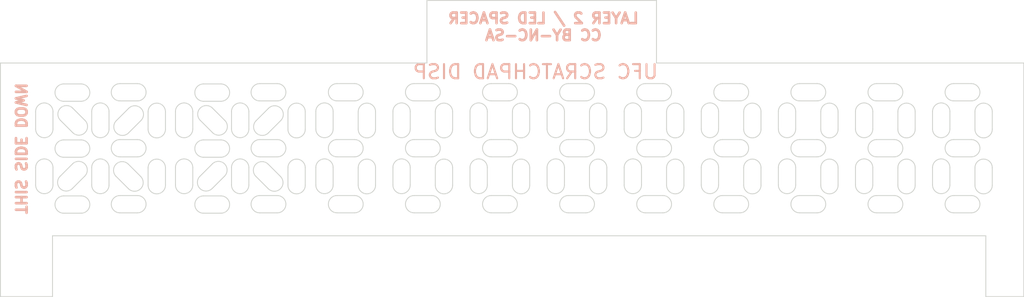
<source format=kicad_pcb>
(kicad_pcb (version 20171130) (host pcbnew "(5.1.9)-1")

  (general
    (thickness 1.6)
    (drawings 396)
    (tracks 0)
    (zones 0)
    (modules 0)
    (nets 1)
  )

  (page A4)
  (layers
    (0 F.Cu signal)
    (31 B.Cu signal)
    (32 B.Adhes user)
    (33 F.Adhes user)
    (34 B.Paste user)
    (35 F.Paste user)
    (36 B.SilkS user)
    (37 F.SilkS user)
    (38 B.Mask user)
    (39 F.Mask user)
    (40 Dwgs.User user)
    (41 Cmts.User user)
    (42 Eco1.User user)
    (43 Eco2.User user)
    (44 Edge.Cuts user)
    (45 Margin user)
    (46 B.CrtYd user)
    (47 F.CrtYd user)
    (48 B.Fab user)
    (49 F.Fab user)
  )

  (setup
    (last_trace_width 0.25)
    (user_trace_width 0.1524)
    (user_trace_width 0.2032)
    (user_trace_width 0.3048)
    (user_trace_width 0.4572)
    (user_trace_width 0.1524)
    (user_trace_width 0.2032)
    (user_trace_width 0.3048)
    (user_trace_width 0.4572)
    (user_trace_width 0.1524)
    (user_trace_width 0.2032)
    (user_trace_width 0.3048)
    (user_trace_width 0.4572)
    (user_trace_width 0.1524)
    (user_trace_width 0.2032)
    (user_trace_width 0.3048)
    (user_trace_width 0.4572)
    (user_trace_width 0.1524)
    (user_trace_width 0.2032)
    (user_trace_width 0.3048)
    (user_trace_width 0.4572)
    (user_trace_width 0.1524)
    (user_trace_width 0.2032)
    (user_trace_width 0.3048)
    (user_trace_width 0.4572)
    (user_trace_width 0.1524)
    (user_trace_width 0.2032)
    (user_trace_width 0.3048)
    (user_trace_width 0.4572)
    (user_trace_width 0.1524)
    (user_trace_width 0.2032)
    (user_trace_width 0.3048)
    (user_trace_width 0.4572)
    (user_trace_width 0.1524)
    (user_trace_width 0.2032)
    (user_trace_width 0.3048)
    (user_trace_width 0.4572)
    (user_trace_width 0.1524)
    (user_trace_width 0.2032)
    (user_trace_width 0.3048)
    (user_trace_width 0.4572)
    (user_trace_width 0.1524)
    (user_trace_width 0.2032)
    (user_trace_width 0.3048)
    (user_trace_width 0.4572)
    (user_trace_width 0.1524)
    (user_trace_width 0.2032)
    (user_trace_width 0.3048)
    (user_trace_width 0.4572)
    (user_trace_width 0.1524)
    (user_trace_width 0.2032)
    (user_trace_width 0.3048)
    (user_trace_width 0.4572)
    (user_trace_width 0.1524)
    (user_trace_width 0.2032)
    (user_trace_width 0.3048)
    (user_trace_width 0.4572)
    (user_trace_width 0.1524)
    (user_trace_width 0.2032)
    (user_trace_width 0.3048)
    (user_trace_width 0.4572)
    (user_trace_width 0.1524)
    (user_trace_width 0.2032)
    (user_trace_width 0.3048)
    (user_trace_width 0.4572)
    (trace_clearance 0.2)
    (zone_clearance 0.508)
    (zone_45_only no)
    (trace_min 0.127)
    (via_size 0.8)
    (via_drill 0.4)
    (via_min_size 0.45)
    (via_min_drill 0.2)
    (user_via 0.45 0.2)
    (user_via 0.45 0.2)
    (user_via 0.45 0.2)
    (user_via 0.45 0.2)
    (user_via 0.45 0.2)
    (user_via 0.45 0.2)
    (user_via 0.45 0.2)
    (user_via 0.45 0.2)
    (user_via 0.45 0.2)
    (user_via 0.45 0.2)
    (user_via 0.45 0.2)
    (user_via 0.45 0.2)
    (user_via 0.45 0.2)
    (user_via 0.45 0.2)
    (user_via 0.45 0.2)
    (user_via 0.45 0.2)
    (uvia_size 0.3)
    (uvia_drill 0.1)
    (uvias_allowed no)
    (uvia_min_size 0.2)
    (uvia_min_drill 0.1)
    (edge_width 0.05)
    (segment_width 0.2)
    (pcb_text_width 0.3)
    (pcb_text_size 1.5 1.5)
    (mod_edge_width 0.12)
    (mod_text_size 1 1)
    (mod_text_width 0.15)
    (pad_size 0.59 0.64)
    (pad_drill 0)
    (pad_to_mask_clearance 0.051)
    (solder_mask_min_width 0.25)
    (aux_axis_origin 147.6375 100.042)
    (grid_origin 147.6375 100.042)
    (visible_elements 7FFFF7DF)
    (pcbplotparams
      (layerselection 0x010fc_ffffffff)
      (usegerberextensions false)
      (usegerberattributes false)
      (usegerberadvancedattributes false)
      (creategerberjobfile false)
      (excludeedgelayer true)
      (linewidth 0.100000)
      (plotframeref false)
      (viasonmask false)
      (mode 1)
      (useauxorigin false)
      (hpglpennumber 1)
      (hpglpenspeed 20)
      (hpglpendiameter 15.000000)
      (psnegative false)
      (psa4output false)
      (plotreference true)
      (plotvalue true)
      (plotinvisibletext false)
      (padsonsilk false)
      (subtractmaskfromsilk false)
      (outputformat 1)
      (mirror false)
      (drillshape 0)
      (scaleselection 1)
      (outputdirectory "gerber"))
  )

  (net 0 "")

  (net_class Default "This is the default net class."
    (clearance 0.2)
    (trace_width 0.25)
    (via_dia 0.8)
    (via_drill 0.4)
    (uvia_dia 0.3)
    (uvia_drill 0.1)
  )

  (gr_line (start 106.2375 88.842) (end 109.1875 88.842) (layer Edge.Cuts) (width 0.05) (tstamp 60A062DC))
  (gr_line (start 106.2375 75.592) (end 106.2375 88.842) (layer Edge.Cuts) (width 0.05))
  (gr_line (start 130.3875 72.042) (end 143.3875 72.042) (layer Edge.Cuts) (width 0.05))
  (gr_line (start 164.1875 88.842) (end 162.0375 88.842) (layer Edge.Cuts) (width 0.05) (tstamp 60A062CF))
  (gr_line (start 164.1875 75.592) (end 164.1875 88.842) (layer Edge.Cuts) (width 0.05))
  (gr_line (start 162.0375 85.392) (end 162.0375 88.842) (layer Edge.Cuts) (width 0.05))
  (gr_line (start 109.1875 85.392) (end 162.0375 85.392) (layer Edge.Cuts) (width 0.05))
  (gr_line (start 109.1875 88.842) (end 109.1875 85.392) (layer Edge.Cuts) (width 0.05))
  (gr_line (start 143.3875 75.592) (end 164.1875 75.592) (layer Edge.Cuts) (width 0.05))
  (gr_line (start 143.3875 75.542) (end 143.3875 75.592) (layer Edge.Cuts) (width 0.05))
  (gr_line (start 143.3875 72.042) (end 143.3875 75.542) (layer Edge.Cuts) (width 0.05))
  (gr_line (start 130.3875 75.592) (end 130.3875 72.042) (layer Edge.Cuts) (width 0.05))
  (gr_line (start 106.2375 75.592) (end 130.3875 75.592) (layer Edge.Cuts) (width 0.05))
  (gr_text "THIS SIDE DOWN" (at 107.3875 80.442 270) (layer B.SilkS) (tstamp 5FBEDFAE)
    (effects (font (size 0.6 0.6) (thickness 0.15)) (justify mirror))
  )
  (gr_text "LAYER 2 / LED SPACER\nCC BY-NC-SA" (at 136.9875 73.542) (layer B.SilkS) (tstamp 5FBEDF5D)
    (effects (font (size 0.6 0.6) (thickness 0.15)) (justify mirror))
  )
  (gr_text "UFC SCRATCHPAD DISP\n" (at 136.5375 76.092) (layer B.SilkS) (tstamp 5FBEE532)
    (effects (font (size 0.8 0.8) (thickness 0.12)) (justify mirror))
  )
  (gr_line (start 162.403852 82.5215) (end 162.403852 81.5315) (layer Edge.Cuts) (width 0.05) (tstamp 5FBEFB98))
  (gr_line (start 160.223125 80.914917) (end 161.213125 80.914917) (layer Edge.Cuts) (width 0.05) (tstamp 5FBEFB97))
  (gr_arc (start 160.223125 83.599) (end 160.223125 83.108898) (angle -180) (layer Edge.Cuts) (width 0.05) (tstamp 5FBEFB96))
  (gr_arc (start 160.223125 77.249) (end 160.223125 76.758898) (angle -180) (layer Edge.Cuts) (width 0.05) (tstamp 5FBEFB95))
  (gr_arc (start 161.91375 82.521499) (end 161.422833 82.5215) (angle -180) (layer Edge.Cuts) (width 0.05) (tstamp 5FBEFB94))
  (gr_arc (start 161.213124 77.249) (end 161.213125 77.739917) (angle -180) (layer Edge.Cuts) (width 0.05) (tstamp 5FBEFB93))
  (gr_arc (start 161.91375 81.5315) (end 162.403852 81.5315) (angle -180) (layer Edge.Cuts) (width 0.05) (tstamp 5FBEFB92))
  (gr_line (start 160.223125 84.089917) (end 161.213125 84.089917) (layer Edge.Cuts) (width 0.05) (tstamp 5FBEFB91))
  (gr_arc (start 161.91375 78.3565) (end 162.403852 78.3565) (angle -180) (layer Edge.Cuts) (width 0.05) (tstamp 5FBEFB90))
  (gr_line (start 161.213125 76.758898) (end 160.223125 76.758898) (layer Edge.Cuts) (width 0.05) (tstamp 5FBEFB8F))
  (gr_line (start 160.223125 77.739917) (end 161.213125 77.739917) (layer Edge.Cuts) (width 0.05) (tstamp 5FBEFB8E))
  (gr_line (start 161.213125 79.933898) (end 160.223125 79.933898) (layer Edge.Cuts) (width 0.05) (tstamp 5FBEFB8D))
  (gr_arc (start 160.223125 80.424) (end 160.223125 79.933898) (angle -180) (layer Edge.Cuts) (width 0.05) (tstamp 5FBEFB8C))
  (gr_line (start 161.422833 78.3565) (end 161.422833 79.3465) (layer Edge.Cuts) (width 0.05) (tstamp 5FBEFB8B))
  (gr_line (start 160.003417 82.5115) (end 160.003417 81.5215) (layer Edge.Cuts) (width 0.05) (tstamp 5FBEFB8A))
  (gr_line (start 159.022398 81.5215) (end 159.022398 82.5115) (layer Edge.Cuts) (width 0.05) (tstamp 5FBEFB89))
  (gr_arc (start 159.5125 79.3365) (end 159.022398 79.3365) (angle -180) (layer Edge.Cuts) (width 0.05) (tstamp 5FBEFB88))
  (gr_line (start 162.403852 79.3465) (end 162.403852 78.3565) (layer Edge.Cuts) (width 0.05) (tstamp 5FBEFB87))
  (gr_arc (start 161.213124 83.599) (end 161.213125 84.089917) (angle -180) (layer Edge.Cuts) (width 0.05) (tstamp 5FBEFB86))
  (gr_arc (start 161.213124 80.424) (end 161.213125 80.914917) (angle -180) (layer Edge.Cuts) (width 0.05) (tstamp 5FBEFB85))
  (gr_line (start 159.022398 78.3465) (end 159.022398 79.3365) (layer Edge.Cuts) (width 0.05) (tstamp 5FBEFB84))
  (gr_arc (start 159.5125 78.3465) (end 160.003417 78.3465) (angle -180) (layer Edge.Cuts) (width 0.05) (tstamp 5FBEFB83))
  (gr_line (start 160.003417 79.3365) (end 160.003417 78.3465) (layer Edge.Cuts) (width 0.05) (tstamp 5FBEFB82))
  (gr_line (start 161.213125 83.108898) (end 160.223125 83.108898) (layer Edge.Cuts) (width 0.05) (tstamp 5FBEFB81))
  (gr_arc (start 161.91375 79.346499) (end 161.422833 79.3465) (angle -180) (layer Edge.Cuts) (width 0.05) (tstamp 5FBEFB80))
  (gr_arc (start 159.5125 82.5115) (end 159.022398 82.5115) (angle -180) (layer Edge.Cuts) (width 0.05) (tstamp 5FBEFB7F))
  (gr_line (start 161.422833 81.5315) (end 161.422833 82.5215) (layer Edge.Cuts) (width 0.05) (tstamp 5FBEFB7E))
  (gr_arc (start 159.5125 81.5215) (end 160.003417 81.5215) (angle -180) (layer Edge.Cuts) (width 0.05) (tstamp 5FBEFB7D))
  (gr_line (start 158.038227 82.5215) (end 158.038227 81.5315) (layer Edge.Cuts) (width 0.05) (tstamp 5FBEFB98))
  (gr_line (start 155.8575 80.914917) (end 156.8475 80.914917) (layer Edge.Cuts) (width 0.05) (tstamp 5FBEFB97))
  (gr_arc (start 155.8575 83.599) (end 155.8575 83.108898) (angle -180) (layer Edge.Cuts) (width 0.05) (tstamp 5FBEFB96))
  (gr_arc (start 155.8575 77.249) (end 155.8575 76.758898) (angle -180) (layer Edge.Cuts) (width 0.05) (tstamp 5FBEFB95))
  (gr_arc (start 157.548125 82.521499) (end 157.057208 82.5215) (angle -180) (layer Edge.Cuts) (width 0.05) (tstamp 5FBEFB94))
  (gr_arc (start 156.847499 77.249) (end 156.8475 77.739917) (angle -180) (layer Edge.Cuts) (width 0.05) (tstamp 5FBEFB93))
  (gr_arc (start 157.548125 81.5315) (end 158.038227 81.5315) (angle -180) (layer Edge.Cuts) (width 0.05) (tstamp 5FBEFB92))
  (gr_line (start 155.8575 84.089917) (end 156.8475 84.089917) (layer Edge.Cuts) (width 0.05) (tstamp 5FBEFB91))
  (gr_arc (start 157.548125 78.3565) (end 158.038227 78.3565) (angle -180) (layer Edge.Cuts) (width 0.05) (tstamp 5FBEFB90))
  (gr_line (start 156.8475 76.758898) (end 155.8575 76.758898) (layer Edge.Cuts) (width 0.05) (tstamp 5FBEFB8F))
  (gr_line (start 155.8575 77.739917) (end 156.8475 77.739917) (layer Edge.Cuts) (width 0.05) (tstamp 5FBEFB8E))
  (gr_line (start 156.8475 79.933898) (end 155.8575 79.933898) (layer Edge.Cuts) (width 0.05) (tstamp 5FBEFB8D))
  (gr_arc (start 155.8575 80.424) (end 155.8575 79.933898) (angle -180) (layer Edge.Cuts) (width 0.05) (tstamp 5FBEFB8C))
  (gr_line (start 157.057208 78.3565) (end 157.057208 79.3465) (layer Edge.Cuts) (width 0.05) (tstamp 5FBEFB8B))
  (gr_line (start 155.637792 82.5115) (end 155.637792 81.5215) (layer Edge.Cuts) (width 0.05) (tstamp 5FBEFB8A))
  (gr_line (start 154.656773 81.5215) (end 154.656773 82.5115) (layer Edge.Cuts) (width 0.05) (tstamp 5FBEFB89))
  (gr_arc (start 155.146875 79.3365) (end 154.656773 79.3365) (angle -180) (layer Edge.Cuts) (width 0.05) (tstamp 5FBEFB88))
  (gr_line (start 158.038227 79.3465) (end 158.038227 78.3565) (layer Edge.Cuts) (width 0.05) (tstamp 5FBEFB87))
  (gr_arc (start 156.847499 83.599) (end 156.8475 84.089917) (angle -180) (layer Edge.Cuts) (width 0.05) (tstamp 5FBEFB86))
  (gr_arc (start 156.847499 80.424) (end 156.8475 80.914917) (angle -180) (layer Edge.Cuts) (width 0.05) (tstamp 5FBEFB85))
  (gr_line (start 154.656773 78.3465) (end 154.656773 79.3365) (layer Edge.Cuts) (width 0.05) (tstamp 5FBEFB84))
  (gr_arc (start 155.146875 78.3465) (end 155.637792 78.3465) (angle -180) (layer Edge.Cuts) (width 0.05) (tstamp 5FBEFB83))
  (gr_line (start 155.637792 79.3365) (end 155.637792 78.3465) (layer Edge.Cuts) (width 0.05) (tstamp 5FBEFB82))
  (gr_line (start 156.8475 83.108898) (end 155.8575 83.108898) (layer Edge.Cuts) (width 0.05) (tstamp 5FBEFB81))
  (gr_arc (start 157.548125 79.346499) (end 157.057208 79.3465) (angle -180) (layer Edge.Cuts) (width 0.05) (tstamp 5FBEFB80))
  (gr_arc (start 155.146875 82.5115) (end 154.656773 82.5115) (angle -180) (layer Edge.Cuts) (width 0.05) (tstamp 5FBEFB7F))
  (gr_line (start 157.057208 81.5315) (end 157.057208 82.5215) (layer Edge.Cuts) (width 0.05) (tstamp 5FBEFB7E))
  (gr_arc (start 155.146875 81.5215) (end 155.637792 81.5215) (angle -180) (layer Edge.Cuts) (width 0.05) (tstamp 5FBEFB7D))
  (gr_line (start 153.672602 82.5215) (end 153.672602 81.5315) (layer Edge.Cuts) (width 0.05) (tstamp 5FBEFB98))
  (gr_line (start 151.491875 80.914917) (end 152.481875 80.914917) (layer Edge.Cuts) (width 0.05) (tstamp 5FBEFB97))
  (gr_arc (start 151.491875 83.599) (end 151.491875 83.108898) (angle -180) (layer Edge.Cuts) (width 0.05) (tstamp 5FBEFB96))
  (gr_arc (start 151.491875 77.249) (end 151.491875 76.758898) (angle -180) (layer Edge.Cuts) (width 0.05) (tstamp 5FBEFB95))
  (gr_arc (start 153.1825 82.521499) (end 152.691583 82.5215) (angle -180) (layer Edge.Cuts) (width 0.05) (tstamp 5FBEFB94))
  (gr_arc (start 152.481874 77.249) (end 152.481875 77.739917) (angle -180) (layer Edge.Cuts) (width 0.05) (tstamp 5FBEFB93))
  (gr_arc (start 153.1825 81.5315) (end 153.672602 81.5315) (angle -180) (layer Edge.Cuts) (width 0.05) (tstamp 5FBEFB92))
  (gr_line (start 151.491875 84.089917) (end 152.481875 84.089917) (layer Edge.Cuts) (width 0.05) (tstamp 5FBEFB91))
  (gr_arc (start 153.1825 78.3565) (end 153.672602 78.3565) (angle -180) (layer Edge.Cuts) (width 0.05) (tstamp 5FBEFB90))
  (gr_line (start 152.481875 76.758898) (end 151.491875 76.758898) (layer Edge.Cuts) (width 0.05) (tstamp 5FBEFB8F))
  (gr_line (start 151.491875 77.739917) (end 152.481875 77.739917) (layer Edge.Cuts) (width 0.05) (tstamp 5FBEFB8E))
  (gr_line (start 152.481875 79.933898) (end 151.491875 79.933898) (layer Edge.Cuts) (width 0.05) (tstamp 5FBEFB8D))
  (gr_arc (start 151.491875 80.424) (end 151.491875 79.933898) (angle -180) (layer Edge.Cuts) (width 0.05) (tstamp 5FBEFB8C))
  (gr_line (start 152.691583 78.3565) (end 152.691583 79.3465) (layer Edge.Cuts) (width 0.05) (tstamp 5FBEFB8B))
  (gr_line (start 151.272167 82.5115) (end 151.272167 81.5215) (layer Edge.Cuts) (width 0.05) (tstamp 5FBEFB8A))
  (gr_line (start 150.291148 81.5215) (end 150.291148 82.5115) (layer Edge.Cuts) (width 0.05) (tstamp 5FBEFB89))
  (gr_arc (start 150.78125 79.3365) (end 150.291148 79.3365) (angle -180) (layer Edge.Cuts) (width 0.05) (tstamp 5FBEFB88))
  (gr_line (start 153.672602 79.3465) (end 153.672602 78.3565) (layer Edge.Cuts) (width 0.05) (tstamp 5FBEFB87))
  (gr_arc (start 152.481874 83.599) (end 152.481875 84.089917) (angle -180) (layer Edge.Cuts) (width 0.05) (tstamp 5FBEFB86))
  (gr_arc (start 152.481874 80.424) (end 152.481875 80.914917) (angle -180) (layer Edge.Cuts) (width 0.05) (tstamp 5FBEFB85))
  (gr_line (start 150.291148 78.3465) (end 150.291148 79.3365) (layer Edge.Cuts) (width 0.05) (tstamp 5FBEFB84))
  (gr_arc (start 150.78125 78.3465) (end 151.272167 78.3465) (angle -180) (layer Edge.Cuts) (width 0.05) (tstamp 5FBEFB83))
  (gr_line (start 151.272167 79.3365) (end 151.272167 78.3465) (layer Edge.Cuts) (width 0.05) (tstamp 5FBEFB82))
  (gr_line (start 152.481875 83.108898) (end 151.491875 83.108898) (layer Edge.Cuts) (width 0.05) (tstamp 5FBEFB81))
  (gr_arc (start 153.1825 79.346499) (end 152.691583 79.3465) (angle -180) (layer Edge.Cuts) (width 0.05) (tstamp 5FBEFB80))
  (gr_arc (start 150.78125 82.5115) (end 150.291148 82.5115) (angle -180) (layer Edge.Cuts) (width 0.05) (tstamp 5FBEFB7F))
  (gr_line (start 152.691583 81.5315) (end 152.691583 82.5215) (layer Edge.Cuts) (width 0.05) (tstamp 5FBEFB7E))
  (gr_arc (start 150.78125 81.5215) (end 151.272167 81.5215) (angle -180) (layer Edge.Cuts) (width 0.05) (tstamp 5FBEFB7D))
  (gr_line (start 149.306977 82.5215) (end 149.306977 81.5315) (layer Edge.Cuts) (width 0.05) (tstamp 5FBEFB98))
  (gr_line (start 147.12625 80.914917) (end 148.11625 80.914917) (layer Edge.Cuts) (width 0.05) (tstamp 5FBEFB97))
  (gr_arc (start 147.12625 83.599) (end 147.12625 83.108898) (angle -180) (layer Edge.Cuts) (width 0.05) (tstamp 5FBEFB96))
  (gr_arc (start 147.12625 77.249) (end 147.12625 76.758898) (angle -180) (layer Edge.Cuts) (width 0.05) (tstamp 5FBEFB95))
  (gr_arc (start 148.816875 82.521499) (end 148.325958 82.5215) (angle -180) (layer Edge.Cuts) (width 0.05) (tstamp 5FBEFB94))
  (gr_arc (start 148.116249 77.249) (end 148.11625 77.739917) (angle -180) (layer Edge.Cuts) (width 0.05) (tstamp 5FBEFB93))
  (gr_arc (start 148.816875 81.5315) (end 149.306977 81.5315) (angle -180) (layer Edge.Cuts) (width 0.05) (tstamp 5FBEFB92))
  (gr_line (start 147.12625 84.089917) (end 148.11625 84.089917) (layer Edge.Cuts) (width 0.05) (tstamp 5FBEFB91))
  (gr_arc (start 148.816875 78.3565) (end 149.306977 78.3565) (angle -180) (layer Edge.Cuts) (width 0.05) (tstamp 5FBEFB90))
  (gr_line (start 148.11625 76.758898) (end 147.12625 76.758898) (layer Edge.Cuts) (width 0.05) (tstamp 5FBEFB8F))
  (gr_line (start 147.12625 77.739917) (end 148.11625 77.739917) (layer Edge.Cuts) (width 0.05) (tstamp 5FBEFB8E))
  (gr_line (start 148.11625 79.933898) (end 147.12625 79.933898) (layer Edge.Cuts) (width 0.05) (tstamp 5FBEFB8D))
  (gr_arc (start 147.12625 80.424) (end 147.12625 79.933898) (angle -180) (layer Edge.Cuts) (width 0.05) (tstamp 5FBEFB8C))
  (gr_line (start 148.325958 78.3565) (end 148.325958 79.3465) (layer Edge.Cuts) (width 0.05) (tstamp 5FBEFB8B))
  (gr_line (start 146.906542 82.5115) (end 146.906542 81.5215) (layer Edge.Cuts) (width 0.05) (tstamp 5FBEFB8A))
  (gr_line (start 145.925523 81.5215) (end 145.925523 82.5115) (layer Edge.Cuts) (width 0.05) (tstamp 5FBEFB89))
  (gr_arc (start 146.415625 79.3365) (end 145.925523 79.3365) (angle -180) (layer Edge.Cuts) (width 0.05) (tstamp 5FBEFB88))
  (gr_line (start 149.306977 79.3465) (end 149.306977 78.3565) (layer Edge.Cuts) (width 0.05) (tstamp 5FBEFB87))
  (gr_arc (start 148.116249 83.599) (end 148.11625 84.089917) (angle -180) (layer Edge.Cuts) (width 0.05) (tstamp 5FBEFB86))
  (gr_arc (start 148.116249 80.424) (end 148.11625 80.914917) (angle -180) (layer Edge.Cuts) (width 0.05) (tstamp 5FBEFB85))
  (gr_line (start 145.925523 78.3465) (end 145.925523 79.3365) (layer Edge.Cuts) (width 0.05) (tstamp 5FBEFB84))
  (gr_arc (start 146.415625 78.3465) (end 146.906542 78.3465) (angle -180) (layer Edge.Cuts) (width 0.05) (tstamp 5FBEFB83))
  (gr_line (start 146.906542 79.3365) (end 146.906542 78.3465) (layer Edge.Cuts) (width 0.05) (tstamp 5FBEFB82))
  (gr_line (start 148.11625 83.108898) (end 147.12625 83.108898) (layer Edge.Cuts) (width 0.05) (tstamp 5FBEFB81))
  (gr_arc (start 148.816875 79.346499) (end 148.325958 79.3465) (angle -180) (layer Edge.Cuts) (width 0.05) (tstamp 5FBEFB80))
  (gr_arc (start 146.415625 82.5115) (end 145.925523 82.5115) (angle -180) (layer Edge.Cuts) (width 0.05) (tstamp 5FBEFB7F))
  (gr_line (start 148.325958 81.5315) (end 148.325958 82.5215) (layer Edge.Cuts) (width 0.05) (tstamp 5FBEFB7E))
  (gr_arc (start 146.415625 81.5215) (end 146.906542 81.5215) (angle -180) (layer Edge.Cuts) (width 0.05) (tstamp 5FBEFB7D))
  (gr_line (start 144.941352 82.5215) (end 144.941352 81.5315) (layer Edge.Cuts) (width 0.05) (tstamp 5FBEFB98))
  (gr_line (start 142.760625 80.914917) (end 143.750625 80.914917) (layer Edge.Cuts) (width 0.05) (tstamp 5FBEFB97))
  (gr_arc (start 142.760625 83.599) (end 142.760625 83.108898) (angle -180) (layer Edge.Cuts) (width 0.05) (tstamp 5FBEFB96))
  (gr_arc (start 142.760625 77.249) (end 142.760625 76.758898) (angle -180) (layer Edge.Cuts) (width 0.05) (tstamp 5FBEFB95))
  (gr_arc (start 144.45125 82.521499) (end 143.960333 82.5215) (angle -180) (layer Edge.Cuts) (width 0.05) (tstamp 5FBEFB94))
  (gr_arc (start 143.750624 77.249) (end 143.750625 77.739917) (angle -180) (layer Edge.Cuts) (width 0.05) (tstamp 5FBEFB93))
  (gr_arc (start 144.45125 81.5315) (end 144.941352 81.5315) (angle -180) (layer Edge.Cuts) (width 0.05) (tstamp 5FBEFB92))
  (gr_line (start 142.760625 84.089917) (end 143.750625 84.089917) (layer Edge.Cuts) (width 0.05) (tstamp 5FBEFB91))
  (gr_arc (start 144.45125 78.3565) (end 144.941352 78.3565) (angle -180) (layer Edge.Cuts) (width 0.05) (tstamp 5FBEFB90))
  (gr_line (start 143.750625 76.758898) (end 142.760625 76.758898) (layer Edge.Cuts) (width 0.05) (tstamp 5FBEFB8F))
  (gr_line (start 142.760625 77.739917) (end 143.750625 77.739917) (layer Edge.Cuts) (width 0.05) (tstamp 5FBEFB8E))
  (gr_line (start 143.750625 79.933898) (end 142.760625 79.933898) (layer Edge.Cuts) (width 0.05) (tstamp 5FBEFB8D))
  (gr_arc (start 142.760625 80.424) (end 142.760625 79.933898) (angle -180) (layer Edge.Cuts) (width 0.05) (tstamp 5FBEFB8C))
  (gr_line (start 143.960333 78.3565) (end 143.960333 79.3465) (layer Edge.Cuts) (width 0.05) (tstamp 5FBEFB8B))
  (gr_line (start 142.540917 82.5115) (end 142.540917 81.5215) (layer Edge.Cuts) (width 0.05) (tstamp 5FBEFB8A))
  (gr_line (start 141.559898 81.5215) (end 141.559898 82.5115) (layer Edge.Cuts) (width 0.05) (tstamp 5FBEFB89))
  (gr_arc (start 142.05 79.3365) (end 141.559898 79.3365) (angle -180) (layer Edge.Cuts) (width 0.05) (tstamp 5FBEFB88))
  (gr_line (start 144.941352 79.3465) (end 144.941352 78.3565) (layer Edge.Cuts) (width 0.05) (tstamp 5FBEFB87))
  (gr_arc (start 143.750624 83.599) (end 143.750625 84.089917) (angle -180) (layer Edge.Cuts) (width 0.05) (tstamp 5FBEFB86))
  (gr_arc (start 143.750624 80.424) (end 143.750625 80.914917) (angle -180) (layer Edge.Cuts) (width 0.05) (tstamp 5FBEFB85))
  (gr_line (start 141.559898 78.3465) (end 141.559898 79.3365) (layer Edge.Cuts) (width 0.05) (tstamp 5FBEFB84))
  (gr_arc (start 142.05 78.3465) (end 142.540917 78.3465) (angle -180) (layer Edge.Cuts) (width 0.05) (tstamp 5FBEFB83))
  (gr_line (start 142.540917 79.3365) (end 142.540917 78.3465) (layer Edge.Cuts) (width 0.05) (tstamp 5FBEFB82))
  (gr_line (start 143.750625 83.108898) (end 142.760625 83.108898) (layer Edge.Cuts) (width 0.05) (tstamp 5FBEFB81))
  (gr_arc (start 144.45125 79.346499) (end 143.960333 79.3465) (angle -180) (layer Edge.Cuts) (width 0.05) (tstamp 5FBEFB80))
  (gr_arc (start 142.05 82.5115) (end 141.559898 82.5115) (angle -180) (layer Edge.Cuts) (width 0.05) (tstamp 5FBEFB7F))
  (gr_line (start 143.960333 81.5315) (end 143.960333 82.5215) (layer Edge.Cuts) (width 0.05) (tstamp 5FBEFB7E))
  (gr_arc (start 142.05 81.5215) (end 142.540917 81.5215) (angle -180) (layer Edge.Cuts) (width 0.05) (tstamp 5FBEFB7D))
  (gr_line (start 140.575727 82.5215) (end 140.575727 81.5315) (layer Edge.Cuts) (width 0.05) (tstamp 5FBEFB98))
  (gr_line (start 138.395 80.914917) (end 139.385 80.914917) (layer Edge.Cuts) (width 0.05) (tstamp 5FBEFB97))
  (gr_arc (start 138.395 83.599) (end 138.395 83.108898) (angle -180) (layer Edge.Cuts) (width 0.05) (tstamp 5FBEFB96))
  (gr_arc (start 138.395 77.249) (end 138.395 76.758898) (angle -180) (layer Edge.Cuts) (width 0.05) (tstamp 5FBEFB95))
  (gr_arc (start 140.085625 82.521499) (end 139.594708 82.5215) (angle -180) (layer Edge.Cuts) (width 0.05) (tstamp 5FBEFB94))
  (gr_arc (start 139.384999 77.249) (end 139.385 77.739917) (angle -180) (layer Edge.Cuts) (width 0.05) (tstamp 5FBEFB93))
  (gr_arc (start 140.085625 81.5315) (end 140.575727 81.5315) (angle -180) (layer Edge.Cuts) (width 0.05) (tstamp 5FBEFB92))
  (gr_line (start 138.395 84.089917) (end 139.385 84.089917) (layer Edge.Cuts) (width 0.05) (tstamp 5FBEFB91))
  (gr_arc (start 140.085625 78.3565) (end 140.575727 78.3565) (angle -180) (layer Edge.Cuts) (width 0.05) (tstamp 5FBEFB90))
  (gr_line (start 139.385 76.758898) (end 138.395 76.758898) (layer Edge.Cuts) (width 0.05) (tstamp 5FBEFB8F))
  (gr_line (start 138.395 77.739917) (end 139.385 77.739917) (layer Edge.Cuts) (width 0.05) (tstamp 5FBEFB8E))
  (gr_line (start 139.385 79.933898) (end 138.395 79.933898) (layer Edge.Cuts) (width 0.05) (tstamp 5FBEFB8D))
  (gr_arc (start 138.395 80.424) (end 138.395 79.933898) (angle -180) (layer Edge.Cuts) (width 0.05) (tstamp 5FBEFB8C))
  (gr_line (start 139.594708 78.3565) (end 139.594708 79.3465) (layer Edge.Cuts) (width 0.05) (tstamp 5FBEFB8B))
  (gr_line (start 138.175292 82.5115) (end 138.175292 81.5215) (layer Edge.Cuts) (width 0.05) (tstamp 5FBEFB8A))
  (gr_line (start 137.194273 81.5215) (end 137.194273 82.5115) (layer Edge.Cuts) (width 0.05) (tstamp 5FBEFB89))
  (gr_arc (start 137.684375 79.3365) (end 137.194273 79.3365) (angle -180) (layer Edge.Cuts) (width 0.05) (tstamp 5FBEFB88))
  (gr_line (start 140.575727 79.3465) (end 140.575727 78.3565) (layer Edge.Cuts) (width 0.05) (tstamp 5FBEFB87))
  (gr_arc (start 139.384999 83.599) (end 139.385 84.089917) (angle -180) (layer Edge.Cuts) (width 0.05) (tstamp 5FBEFB86))
  (gr_arc (start 139.384999 80.424) (end 139.385 80.914917) (angle -180) (layer Edge.Cuts) (width 0.05) (tstamp 5FBEFB85))
  (gr_line (start 137.194273 78.3465) (end 137.194273 79.3365) (layer Edge.Cuts) (width 0.05) (tstamp 5FBEFB84))
  (gr_arc (start 137.684375 78.3465) (end 138.175292 78.3465) (angle -180) (layer Edge.Cuts) (width 0.05) (tstamp 5FBEFB83))
  (gr_line (start 138.175292 79.3365) (end 138.175292 78.3465) (layer Edge.Cuts) (width 0.05) (tstamp 5FBEFB82))
  (gr_line (start 139.385 83.108898) (end 138.395 83.108898) (layer Edge.Cuts) (width 0.05) (tstamp 5FBEFB81))
  (gr_arc (start 140.085625 79.346499) (end 139.594708 79.3465) (angle -180) (layer Edge.Cuts) (width 0.05) (tstamp 5FBEFB80))
  (gr_arc (start 137.684375 82.5115) (end 137.194273 82.5115) (angle -180) (layer Edge.Cuts) (width 0.05) (tstamp 5FBEFB7F))
  (gr_line (start 139.594708 81.5315) (end 139.594708 82.5215) (layer Edge.Cuts) (width 0.05) (tstamp 5FBEFB7E))
  (gr_arc (start 137.684375 81.5215) (end 138.175292 81.5215) (angle -180) (layer Edge.Cuts) (width 0.05) (tstamp 5FBEFB7D))
  (gr_line (start 136.210102 82.5215) (end 136.210102 81.5315) (layer Edge.Cuts) (width 0.05) (tstamp 5FBEFB98))
  (gr_line (start 134.029375 80.914917) (end 135.019375 80.914917) (layer Edge.Cuts) (width 0.05) (tstamp 5FBEFB97))
  (gr_arc (start 134.029375 83.599) (end 134.029375 83.108898) (angle -180) (layer Edge.Cuts) (width 0.05) (tstamp 5FBEFB96))
  (gr_arc (start 134.029375 77.249) (end 134.029375 76.758898) (angle -180) (layer Edge.Cuts) (width 0.05) (tstamp 5FBEFB95))
  (gr_arc (start 135.72 82.521499) (end 135.229083 82.5215) (angle -180) (layer Edge.Cuts) (width 0.05) (tstamp 5FBEFB94))
  (gr_arc (start 135.019374 77.249) (end 135.019375 77.739917) (angle -180) (layer Edge.Cuts) (width 0.05) (tstamp 5FBEFB93))
  (gr_arc (start 135.72 81.5315) (end 136.210102 81.5315) (angle -180) (layer Edge.Cuts) (width 0.05) (tstamp 5FBEFB92))
  (gr_line (start 134.029375 84.089917) (end 135.019375 84.089917) (layer Edge.Cuts) (width 0.05) (tstamp 5FBEFB91))
  (gr_arc (start 135.72 78.3565) (end 136.210102 78.3565) (angle -180) (layer Edge.Cuts) (width 0.05) (tstamp 5FBEFB90))
  (gr_line (start 135.019375 76.758898) (end 134.029375 76.758898) (layer Edge.Cuts) (width 0.05) (tstamp 5FBEFB8F))
  (gr_line (start 134.029375 77.739917) (end 135.019375 77.739917) (layer Edge.Cuts) (width 0.05) (tstamp 5FBEFB8E))
  (gr_line (start 135.019375 79.933898) (end 134.029375 79.933898) (layer Edge.Cuts) (width 0.05) (tstamp 5FBEFB8D))
  (gr_arc (start 134.029375 80.424) (end 134.029375 79.933898) (angle -180) (layer Edge.Cuts) (width 0.05) (tstamp 5FBEFB8C))
  (gr_line (start 135.229083 78.3565) (end 135.229083 79.3465) (layer Edge.Cuts) (width 0.05) (tstamp 5FBEFB8B))
  (gr_line (start 133.809667 82.5115) (end 133.809667 81.5215) (layer Edge.Cuts) (width 0.05) (tstamp 5FBEFB8A))
  (gr_line (start 132.828648 81.5215) (end 132.828648 82.5115) (layer Edge.Cuts) (width 0.05) (tstamp 5FBEFB89))
  (gr_arc (start 133.31875 79.3365) (end 132.828648 79.3365) (angle -180) (layer Edge.Cuts) (width 0.05) (tstamp 5FBEFB88))
  (gr_line (start 136.210102 79.3465) (end 136.210102 78.3565) (layer Edge.Cuts) (width 0.05) (tstamp 5FBEFB87))
  (gr_arc (start 135.019374 83.599) (end 135.019375 84.089917) (angle -180) (layer Edge.Cuts) (width 0.05) (tstamp 5FBEFB86))
  (gr_arc (start 135.019374 80.424) (end 135.019375 80.914917) (angle -180) (layer Edge.Cuts) (width 0.05) (tstamp 5FBEFB85))
  (gr_line (start 132.828648 78.3465) (end 132.828648 79.3365) (layer Edge.Cuts) (width 0.05) (tstamp 5FBEFB84))
  (gr_arc (start 133.31875 78.3465) (end 133.809667 78.3465) (angle -180) (layer Edge.Cuts) (width 0.05) (tstamp 5FBEFB83))
  (gr_line (start 133.809667 79.3365) (end 133.809667 78.3465) (layer Edge.Cuts) (width 0.05) (tstamp 5FBEFB82))
  (gr_line (start 135.019375 83.108898) (end 134.029375 83.108898) (layer Edge.Cuts) (width 0.05) (tstamp 5FBEFB81))
  (gr_arc (start 135.72 79.346499) (end 135.229083 79.3465) (angle -180) (layer Edge.Cuts) (width 0.05) (tstamp 5FBEFB80))
  (gr_arc (start 133.31875 82.5115) (end 132.828648 82.5115) (angle -180) (layer Edge.Cuts) (width 0.05) (tstamp 5FBEFB7F))
  (gr_line (start 135.229083 81.5315) (end 135.229083 82.5215) (layer Edge.Cuts) (width 0.05) (tstamp 5FBEFB7E))
  (gr_arc (start 133.31875 81.5215) (end 133.809667 81.5215) (angle -180) (layer Edge.Cuts) (width 0.05) (tstamp 5FBEFB7D))
  (gr_line (start 131.844477 82.5215) (end 131.844477 81.5315) (layer Edge.Cuts) (width 0.05) (tstamp 5FBEFB98))
  (gr_line (start 129.66375 80.914917) (end 130.65375 80.914917) (layer Edge.Cuts) (width 0.05) (tstamp 5FBEFB97))
  (gr_arc (start 129.66375 83.599) (end 129.66375 83.108898) (angle -180) (layer Edge.Cuts) (width 0.05) (tstamp 5FBEFB96))
  (gr_arc (start 129.66375 77.249) (end 129.66375 76.758898) (angle -180) (layer Edge.Cuts) (width 0.05) (tstamp 5FBEFB95))
  (gr_arc (start 131.354375 82.521499) (end 130.863458 82.5215) (angle -180) (layer Edge.Cuts) (width 0.05) (tstamp 5FBEFB94))
  (gr_arc (start 130.653749 77.249) (end 130.65375 77.739917) (angle -180) (layer Edge.Cuts) (width 0.05) (tstamp 5FBEFB93))
  (gr_arc (start 131.354375 81.5315) (end 131.844477 81.5315) (angle -180) (layer Edge.Cuts) (width 0.05) (tstamp 5FBEFB92))
  (gr_line (start 129.66375 84.089917) (end 130.65375 84.089917) (layer Edge.Cuts) (width 0.05) (tstamp 5FBEFB91))
  (gr_arc (start 131.354375 78.3565) (end 131.844477 78.3565) (angle -180) (layer Edge.Cuts) (width 0.05) (tstamp 5FBEFB90))
  (gr_line (start 130.65375 76.758898) (end 129.66375 76.758898) (layer Edge.Cuts) (width 0.05) (tstamp 5FBEFB8F))
  (gr_line (start 129.66375 77.739917) (end 130.65375 77.739917) (layer Edge.Cuts) (width 0.05) (tstamp 5FBEFB8E))
  (gr_line (start 130.65375 79.933898) (end 129.66375 79.933898) (layer Edge.Cuts) (width 0.05) (tstamp 5FBEFB8D))
  (gr_arc (start 129.66375 80.424) (end 129.66375 79.933898) (angle -180) (layer Edge.Cuts) (width 0.05) (tstamp 5FBEFB8C))
  (gr_line (start 130.863458 78.3565) (end 130.863458 79.3465) (layer Edge.Cuts) (width 0.05) (tstamp 5FBEFB8B))
  (gr_line (start 129.444042 82.5115) (end 129.444042 81.5215) (layer Edge.Cuts) (width 0.05) (tstamp 5FBEFB8A))
  (gr_line (start 128.463023 81.5215) (end 128.463023 82.5115) (layer Edge.Cuts) (width 0.05) (tstamp 5FBEFB89))
  (gr_arc (start 128.953125 79.3365) (end 128.463023 79.3365) (angle -180) (layer Edge.Cuts) (width 0.05) (tstamp 5FBEFB88))
  (gr_line (start 131.844477 79.3465) (end 131.844477 78.3565) (layer Edge.Cuts) (width 0.05) (tstamp 5FBEFB87))
  (gr_arc (start 130.653749 83.599) (end 130.65375 84.089917) (angle -180) (layer Edge.Cuts) (width 0.05) (tstamp 5FBEFB86))
  (gr_arc (start 130.653749 80.424) (end 130.65375 80.914917) (angle -180) (layer Edge.Cuts) (width 0.05) (tstamp 5FBEFB85))
  (gr_line (start 128.463023 78.3465) (end 128.463023 79.3365) (layer Edge.Cuts) (width 0.05) (tstamp 5FBEFB84))
  (gr_arc (start 128.953125 78.3465) (end 129.444042 78.3465) (angle -180) (layer Edge.Cuts) (width 0.05) (tstamp 5FBEFB83))
  (gr_line (start 129.444042 79.3365) (end 129.444042 78.3465) (layer Edge.Cuts) (width 0.05) (tstamp 5FBEFB82))
  (gr_line (start 130.65375 83.108898) (end 129.66375 83.108898) (layer Edge.Cuts) (width 0.05) (tstamp 5FBEFB81))
  (gr_arc (start 131.354375 79.346499) (end 130.863458 79.3465) (angle -180) (layer Edge.Cuts) (width 0.05) (tstamp 5FBEFB80))
  (gr_arc (start 128.953125 82.5115) (end 128.463023 82.5115) (angle -180) (layer Edge.Cuts) (width 0.05) (tstamp 5FBEFB7F))
  (gr_line (start 130.863458 81.5315) (end 130.863458 82.5215) (layer Edge.Cuts) (width 0.05) (tstamp 5FBEFB7E))
  (gr_arc (start 128.953125 81.5215) (end 129.444042 81.5215) (angle -180) (layer Edge.Cuts) (width 0.05) (tstamp 5FBEFB7D))
  (gr_line (start 127.478852 82.5215) (end 127.478852 81.5315) (layer Edge.Cuts) (width 0.05) (tstamp 5FBEFB98))
  (gr_line (start 125.298125 80.914917) (end 126.288125 80.914917) (layer Edge.Cuts) (width 0.05) (tstamp 5FBEFB97))
  (gr_arc (start 125.298125 83.599) (end 125.298125 83.108898) (angle -180) (layer Edge.Cuts) (width 0.05) (tstamp 5FBEFB96))
  (gr_arc (start 125.298125 77.249) (end 125.298125 76.758898) (angle -180) (layer Edge.Cuts) (width 0.05) (tstamp 5FBEFB95))
  (gr_arc (start 126.98875 82.521499) (end 126.497833 82.5215) (angle -180) (layer Edge.Cuts) (width 0.05) (tstamp 5FBEFB94))
  (gr_arc (start 126.288124 77.249) (end 126.288125 77.739917) (angle -180) (layer Edge.Cuts) (width 0.05) (tstamp 5FBEFB93))
  (gr_arc (start 126.98875 81.5315) (end 127.478852 81.5315) (angle -180) (layer Edge.Cuts) (width 0.05) (tstamp 5FBEFB92))
  (gr_line (start 125.298125 84.089917) (end 126.288125 84.089917) (layer Edge.Cuts) (width 0.05) (tstamp 5FBEFB91))
  (gr_arc (start 126.98875 78.3565) (end 127.478852 78.3565) (angle -180) (layer Edge.Cuts) (width 0.05) (tstamp 5FBEFB90))
  (gr_line (start 126.288125 76.758898) (end 125.298125 76.758898) (layer Edge.Cuts) (width 0.05) (tstamp 5FBEFB8F))
  (gr_line (start 125.298125 77.739917) (end 126.288125 77.739917) (layer Edge.Cuts) (width 0.05) (tstamp 5FBEFB8E))
  (gr_line (start 126.288125 79.933898) (end 125.298125 79.933898) (layer Edge.Cuts) (width 0.05) (tstamp 5FBEFB8D))
  (gr_arc (start 125.298125 80.424) (end 125.298125 79.933898) (angle -180) (layer Edge.Cuts) (width 0.05) (tstamp 5FBEFB8C))
  (gr_line (start 126.497833 78.3565) (end 126.497833 79.3465) (layer Edge.Cuts) (width 0.05) (tstamp 5FBEFB8B))
  (gr_line (start 125.078417 82.5115) (end 125.078417 81.5215) (layer Edge.Cuts) (width 0.05) (tstamp 5FBEFB8A))
  (gr_line (start 124.097398 81.5215) (end 124.097398 82.5115) (layer Edge.Cuts) (width 0.05) (tstamp 5FBEFB89))
  (gr_arc (start 124.5875 79.3365) (end 124.097398 79.3365) (angle -180) (layer Edge.Cuts) (width 0.05) (tstamp 5FBEFB88))
  (gr_line (start 127.478852 79.3465) (end 127.478852 78.3565) (layer Edge.Cuts) (width 0.05) (tstamp 5FBEFB87))
  (gr_arc (start 126.288124 83.599) (end 126.288125 84.089917) (angle -180) (layer Edge.Cuts) (width 0.05) (tstamp 5FBEFB86))
  (gr_arc (start 126.288124 80.424) (end 126.288125 80.914917) (angle -180) (layer Edge.Cuts) (width 0.05) (tstamp 5FBEFB85))
  (gr_line (start 124.097398 78.3465) (end 124.097398 79.3365) (layer Edge.Cuts) (width 0.05) (tstamp 5FBEFB84))
  (gr_arc (start 124.5875 78.3465) (end 125.078417 78.3465) (angle -180) (layer Edge.Cuts) (width 0.05) (tstamp 5FBEFB83))
  (gr_line (start 125.078417 79.3365) (end 125.078417 78.3465) (layer Edge.Cuts) (width 0.05) (tstamp 5FBEFB82))
  (gr_line (start 126.288125 83.108898) (end 125.298125 83.108898) (layer Edge.Cuts) (width 0.05) (tstamp 5FBEFB81))
  (gr_arc (start 126.98875 79.346499) (end 126.497833 79.3465) (angle -180) (layer Edge.Cuts) (width 0.05) (tstamp 5FBEFB80))
  (gr_arc (start 124.5875 82.5115) (end 124.097398 82.5115) (angle -180) (layer Edge.Cuts) (width 0.05) (tstamp 5FBEFB7F))
  (gr_line (start 126.497833 81.5315) (end 126.497833 82.5215) (layer Edge.Cuts) (width 0.05) (tstamp 5FBEFB7E))
  (gr_arc (start 124.5875 81.5215) (end 125.078417 81.5215) (angle -180) (layer Edge.Cuts) (width 0.05) (tstamp 5FBEFB7D))
  (gr_arc (start 119.8135 79.3375) (end 119.323398 79.3375) (angle -180) (layer Edge.Cuts) (width 0.05) (tstamp 5FBEF392))
  (gr_arc (start 117.736 80.445) (end 117.736 79.954083) (angle -180) (layer Edge.Cuts) (width 0.05) (tstamp 5FBEF391))
  (gr_arc (start 117.736 83.62) (end 117.736 83.129083) (angle -180) (layer Edge.Cuts) (width 0.05) (tstamp 5FBEF390))
  (gr_line (start 118.943179 78.847428) (end 118.243143 78.147392) (layer Edge.Cuts) (width 0.05) (tstamp 5FBEF38F))
  (gr_line (start 117.129417 79.3375) (end 117.129417 78.3475) (layer Edge.Cuts) (width 0.05) (tstamp 5FBEF38E))
  (gr_arc (start 121.764553 78.508089) (end 122.111108 78.854643) (angle -180) (layer Edge.Cuts) (width 0.05) (tstamp 5FBEF38D))
  (gr_line (start 117.736 77.760102) (end 118.726 77.760102) (layer Edge.Cuts) (width 0.05) (tstamp 5FBEF38C))
  (gr_arc (start 120.921 83.6) (end 120.921 83.109898) (angle -180) (layer Edge.Cuts) (width 0.05) (tstamp 5FBEF38B))
  (gr_arc (start 121.064518 79.208124) (end 120.717387 78.860994) (angle -180) (layer Edge.Cuts) (width 0.05) (tstamp 5FBEF38A))
  (gr_line (start 120.921 84.090917) (end 121.911 84.090917) (layer Edge.Cuts) (width 0.05) (tstamp 5FBEF389))
  (gr_arc (start 123.0085 78.3575) (end 123.498602 78.3575) (angle -180) (layer Edge.Cuts) (width 0.05) (tstamp 5FBEF388))
  (gr_line (start 122.517583 81.5325) (end 122.517583 82.5225) (layer Edge.Cuts) (width 0.05) (tstamp 5FBEF387))
  (gr_line (start 121.911 76.759898) (end 120.921 76.759898) (layer Edge.Cuts) (width 0.05) (tstamp 5FBEF386))
  (gr_line (start 117.549458 78.841077) (end 118.249494 79.541113) (layer Edge.Cuts) (width 0.05) (tstamp 5FBEF385))
  (gr_line (start 123.498602 79.3475) (end 123.498602 78.3575) (layer Edge.Cuts) (width 0.05) (tstamp 5FBEF384))
  (gr_arc (start 121.910999 83.6) (end 121.911 84.090917) (angle -180) (layer Edge.Cuts) (width 0.05) (tstamp 5FBEF383))
  (gr_arc (start 119.8135 81.5225) (end 120.304417 81.5225) (angle -180) (layer Edge.Cuts) (width 0.05) (tstamp 5FBEF382))
  (gr_line (start 120.304417 79.3375) (end 120.304417 78.3475) (layer Edge.Cuts) (width 0.05) (tstamp 5FBEF381))
  (gr_arc (start 116.6385 81.5225) (end 117.129417 81.5225) (angle -180) (layer Edge.Cuts) (width 0.05) (tstamp 5FBEF380))
  (gr_line (start 121.417423 78.160958) (end 120.717387 78.860994) (layer Edge.Cuts) (width 0.05) (tstamp 5FBEF37F))
  (gr_arc (start 123.0085 79.347499) (end 122.517583 79.3475) (angle -180) (layer Edge.Cuts) (width 0.05) (tstamp 5FBEF37E))
  (gr_line (start 119.323398 78.3475) (end 119.323398 79.3375) (layer Edge.Cuts) (width 0.05) (tstamp 5FBEF37D))
  (gr_line (start 119.323398 81.5225) (end 119.323398 82.5125) (layer Edge.Cuts) (width 0.05) (tstamp 5FBEF37C))
  (gr_line (start 121.911 83.109898) (end 120.921 83.109898) (layer Edge.Cuts) (width 0.05) (tstamp 5FBEF37B))
  (gr_arc (start 119.8135 78.3475) (end 120.304417 78.3475) (angle -180) (layer Edge.Cuts) (width 0.05) (tstamp 5FBEF37A))
  (gr_arc (start 121.910999 80.425) (end 121.911 80.915917) (angle -180) (layer Edge.Cuts) (width 0.05) (tstamp 5FBEF379))
  (gr_line (start 120.304417 82.5125) (end 120.304417 81.5225) (layer Edge.Cuts) (width 0.05) (tstamp 5FBEF378))
  (gr_arc (start 119.8135 82.5125) (end 119.323398 82.5125) (angle -180) (layer Edge.Cuts) (width 0.05) (tstamp 5FBEF377))
  (gr_arc (start 121.750411 82.376053) (end 121.403857 82.722608) (angle -180) (layer Edge.Cuts) (width 0.05) (tstamp 5FBEF376))
  (gr_arc (start 121.910999 77.25) (end 121.911 77.740917) (angle -180) (layer Edge.Cuts) (width 0.05) (tstamp 5FBEF375))
  (gr_arc (start 121.050376 81.676018) (end 121.397506 81.328887) (angle -180) (layer Edge.Cuts) (width 0.05) (tstamp 5FBEF374))
  (gr_line (start 120.703821 82.022572) (end 121.403857 82.722608) (layer Edge.Cuts) (width 0.05) (tstamp 5FBEF373))
  (gr_arc (start 120.921 77.25) (end 120.921 76.759898) (angle -180) (layer Edge.Cuts) (width 0.05) (tstamp 5FBEF372))
  (gr_line (start 118.229577 82.709042) (end 118.929613 82.009006) (layer Edge.Cuts) (width 0.05) (tstamp 5FBEF371))
  (gr_line (start 121.411072 79.554679) (end 122.111108 78.854643) (layer Edge.Cuts) (width 0.05) (tstamp 5FBEF370))
  (gr_line (start 118.726 79.954083) (end 117.736 79.954083) (layer Edge.Cuts) (width 0.05) (tstamp 5FBEF36F))
  (gr_arc (start 118.726 80.445) (end 118.726 80.935102) (angle -180) (layer Edge.Cuts) (width 0.05) (tstamp 5FBEF36E))
  (gr_arc (start 123.0085 82.522499) (end 122.517583 82.5225) (angle -180) (layer Edge.Cuts) (width 0.05) (tstamp 5FBEF36D))
  (gr_arc (start 118.582482 81.661876) (end 118.929613 82.009006) (angle -180) (layer Edge.Cuts) (width 0.05) (tstamp 5FBEF36C))
  (gr_arc (start 118.596624 79.193982) (end 118.249494 79.541113) (angle -180) (layer Edge.Cuts) (width 0.05) (tstamp 5FBEF36B))
  (gr_arc (start 123.0085 81.5325) (end 123.498602 81.5325) (angle -180) (layer Edge.Cuts) (width 0.05) (tstamp 5FBEF36A))
  (gr_line (start 122.097542 82.028923) (end 121.397506 81.328887) (layer Edge.Cuts) (width 0.05) (tstamp 5FBEF369))
  (gr_arc (start 117.896589 78.493947) (end 118.243143 78.147392) (angle -180) (layer Edge.Cuts) (width 0.05) (tstamp 5FBEF368))
  (gr_line (start 116.148398 81.5225) (end 116.148398 82.5125) (layer Edge.Cuts) (width 0.05) (tstamp 5FBEF367))
  (gr_line (start 120.921 80.915917) (end 121.911 80.915917) (layer Edge.Cuts) (width 0.05) (tstamp 5FBEF366))
  (gr_arc (start 120.921 80.425) (end 120.921 79.934898) (angle -180) (layer Edge.Cuts) (width 0.05) (tstamp 5FBEF365))
  (gr_arc (start 117.882447 82.361911) (end 117.535892 82.015357) (angle -180) (layer Edge.Cuts) (width 0.05) (tstamp 5FBEF364))
  (gr_line (start 117.736 84.110102) (end 118.726 84.110102) (layer Edge.Cuts) (width 0.05) (tstamp 5FBEF363))
  (gr_arc (start 118.726 77.27) (end 118.726 77.760102) (angle -180) (layer Edge.Cuts) (width 0.05) (tstamp 5FBEF362))
  (gr_arc (start 117.736 77.27) (end 117.736 76.779083) (angle -180) (layer Edge.Cuts) (width 0.05) (tstamp 5FBEF361))
  (gr_line (start 121.911 79.934898) (end 120.921 79.934898) (layer Edge.Cuts) (width 0.05) (tstamp 5FBEF360))
  (gr_arc (start 116.6385 79.3375) (end 116.148398 79.3375) (angle -180) (layer Edge.Cuts) (width 0.05) (tstamp 5FBEF35F))
  (gr_line (start 118.235928 81.315321) (end 117.535892 82.015357) (layer Edge.Cuts) (width 0.05) (tstamp 5FBEF35E))
  (gr_arc (start 116.6385 82.5125) (end 116.148398 82.5125) (angle -180) (layer Edge.Cuts) (width 0.05) (tstamp 5FBEF35D))
  (gr_line (start 123.498602 82.5225) (end 123.498602 81.5325) (layer Edge.Cuts) (width 0.05) (tstamp 5FBEF35C))
  (gr_line (start 122.517583 78.3575) (end 122.517583 79.3475) (layer Edge.Cuts) (width 0.05) (tstamp 5FBEF35B))
  (gr_arc (start 118.726 83.62) (end 118.726 84.110102) (angle -180) (layer Edge.Cuts) (width 0.05) (tstamp 5FBEF35A))
  (gr_line (start 118.726 83.129083) (end 117.736 83.129083) (layer Edge.Cuts) (width 0.05) (tstamp 5FBEF359))
  (gr_line (start 120.921 77.740917) (end 121.911 77.740917) (layer Edge.Cuts) (width 0.05) (tstamp 5FBEF358))
  (gr_line (start 117.129417 82.5125) (end 117.129417 81.5225) (layer Edge.Cuts) (width 0.05) (tstamp 5FBEF357))
  (gr_line (start 118.726 76.779083) (end 117.736 76.779083) (layer Edge.Cuts) (width 0.05) (tstamp 5FBEF356))
  (gr_line (start 117.736 80.935102) (end 118.726 80.935102) (layer Edge.Cuts) (width 0.05) (tstamp 5FBEF355))
  (gr_line (start 116.148398 78.3475) (end 116.148398 79.3375) (layer Edge.Cuts) (width 0.05) (tstamp 5FBEF354))
  (gr_arc (start 116.6385 78.3475) (end 117.129417 78.3475) (angle -180) (layer Edge.Cuts) (width 0.05) (tstamp 5FBEF353))
  (gr_arc (start 111.896 79.3375) (end 111.405898 79.3375) (angle -180) (layer Edge.Cuts) (width 0.05) (tstamp 5FBEF392))
  (gr_arc (start 109.8185 80.445) (end 109.8185 79.954083) (angle -180) (layer Edge.Cuts) (width 0.05) (tstamp 5FBEF391))
  (gr_arc (start 109.8185 83.62) (end 109.8185 83.129083) (angle -180) (layer Edge.Cuts) (width 0.05) (tstamp 5FBEF390))
  (gr_line (start 111.025679 78.847428) (end 110.325643 78.147392) (layer Edge.Cuts) (width 0.05) (tstamp 5FBEF38F))
  (gr_line (start 109.211917 79.3375) (end 109.211917 78.3475) (layer Edge.Cuts) (width 0.05) (tstamp 5FBEF38E))
  (gr_arc (start 113.847053 78.508089) (end 114.193608 78.854643) (angle -180) (layer Edge.Cuts) (width 0.05) (tstamp 5FBEF38D))
  (gr_line (start 109.8185 77.760102) (end 110.8085 77.760102) (layer Edge.Cuts) (width 0.05) (tstamp 5FBEF38C))
  (gr_arc (start 113.0035 83.6) (end 113.0035 83.109898) (angle -180) (layer Edge.Cuts) (width 0.05) (tstamp 5FBEF38B))
  (gr_arc (start 113.147018 79.208124) (end 112.799887 78.860994) (angle -180) (layer Edge.Cuts) (width 0.05) (tstamp 5FBEF38A))
  (gr_line (start 113.0035 84.090917) (end 113.9935 84.090917) (layer Edge.Cuts) (width 0.05) (tstamp 5FBEF389))
  (gr_arc (start 115.091 78.3575) (end 115.581102 78.3575) (angle -180) (layer Edge.Cuts) (width 0.05) (tstamp 5FBEF388))
  (gr_line (start 114.600083 81.5325) (end 114.600083 82.5225) (layer Edge.Cuts) (width 0.05) (tstamp 5FBEF387))
  (gr_line (start 113.9935 76.759898) (end 113.0035 76.759898) (layer Edge.Cuts) (width 0.05) (tstamp 5FBEF386))
  (gr_line (start 109.631958 78.841077) (end 110.331994 79.541113) (layer Edge.Cuts) (width 0.05) (tstamp 5FBEF385))
  (gr_line (start 115.581102 79.3475) (end 115.581102 78.3575) (layer Edge.Cuts) (width 0.05) (tstamp 5FBEF384))
  (gr_arc (start 113.993499 83.6) (end 113.9935 84.090917) (angle -180) (layer Edge.Cuts) (width 0.05) (tstamp 5FBEF383))
  (gr_arc (start 111.896 81.5225) (end 112.386917 81.5225) (angle -180) (layer Edge.Cuts) (width 0.05) (tstamp 5FBEF382))
  (gr_line (start 112.386917 79.3375) (end 112.386917 78.3475) (layer Edge.Cuts) (width 0.05) (tstamp 5FBEF381))
  (gr_arc (start 108.721 81.5225) (end 109.211917 81.5225) (angle -180) (layer Edge.Cuts) (width 0.05) (tstamp 5FBEF380))
  (gr_line (start 113.499923 78.160958) (end 112.799887 78.860994) (layer Edge.Cuts) (width 0.05) (tstamp 5FBEF37F))
  (gr_arc (start 115.091 79.347499) (end 114.600083 79.3475) (angle -180) (layer Edge.Cuts) (width 0.05) (tstamp 5FBEF37E))
  (gr_line (start 111.405898 78.3475) (end 111.405898 79.3375) (layer Edge.Cuts) (width 0.05) (tstamp 5FBEF37D))
  (gr_line (start 111.405898 81.5225) (end 111.405898 82.5125) (layer Edge.Cuts) (width 0.05) (tstamp 5FBEF37C))
  (gr_line (start 113.9935 83.109898) (end 113.0035 83.109898) (layer Edge.Cuts) (width 0.05) (tstamp 5FBEF37B))
  (gr_arc (start 111.896 78.3475) (end 112.386917 78.3475) (angle -180) (layer Edge.Cuts) (width 0.05) (tstamp 5FBEF37A))
  (gr_arc (start 113.993499 80.425) (end 113.9935 80.915917) (angle -180) (layer Edge.Cuts) (width 0.05) (tstamp 5FBEF379))
  (gr_line (start 112.386917 82.5125) (end 112.386917 81.5225) (layer Edge.Cuts) (width 0.05) (tstamp 5FBEF378))
  (gr_arc (start 111.896 82.5125) (end 111.405898 82.5125) (angle -180) (layer Edge.Cuts) (width 0.05) (tstamp 5FBEF377))
  (gr_arc (start 113.832911 82.376053) (end 113.486357 82.722608) (angle -180) (layer Edge.Cuts) (width 0.05) (tstamp 5FBEF376))
  (gr_arc (start 113.993499 77.25) (end 113.9935 77.740917) (angle -180) (layer Edge.Cuts) (width 0.05) (tstamp 5FBEF375))
  (gr_arc (start 113.132876 81.676018) (end 113.480006 81.328887) (angle -180) (layer Edge.Cuts) (width 0.05) (tstamp 5FBEF374))
  (gr_line (start 112.786321 82.022572) (end 113.486357 82.722608) (layer Edge.Cuts) (width 0.05) (tstamp 5FBEF373))
  (gr_arc (start 113.0035 77.25) (end 113.0035 76.759898) (angle -180) (layer Edge.Cuts) (width 0.05) (tstamp 5FBEF372))
  (gr_line (start 110.312077 82.709042) (end 111.012113 82.009006) (layer Edge.Cuts) (width 0.05) (tstamp 5FBEF371))
  (gr_line (start 113.493572 79.554679) (end 114.193608 78.854643) (layer Edge.Cuts) (width 0.05) (tstamp 5FBEF370))
  (gr_line (start 110.8085 79.954083) (end 109.8185 79.954083) (layer Edge.Cuts) (width 0.05) (tstamp 5FBEF36F))
  (gr_arc (start 110.8085 80.445) (end 110.8085 80.935102) (angle -180) (layer Edge.Cuts) (width 0.05) (tstamp 5FBEF36E))
  (gr_arc (start 115.091 82.522499) (end 114.600083 82.5225) (angle -180) (layer Edge.Cuts) (width 0.05) (tstamp 5FBEF36D))
  (gr_arc (start 110.664982 81.661876) (end 111.012113 82.009006) (angle -180) (layer Edge.Cuts) (width 0.05) (tstamp 5FBEF36C))
  (gr_arc (start 110.679124 79.193982) (end 110.331994 79.541113) (angle -180) (layer Edge.Cuts) (width 0.05) (tstamp 5FBEF36B))
  (gr_arc (start 115.091 81.5325) (end 115.581102 81.5325) (angle -180) (layer Edge.Cuts) (width 0.05) (tstamp 5FBEF36A))
  (gr_line (start 114.180042 82.028923) (end 113.480006 81.328887) (layer Edge.Cuts) (width 0.05) (tstamp 5FBEF369))
  (gr_arc (start 109.979089 78.493947) (end 110.325643 78.147392) (angle -180) (layer Edge.Cuts) (width 0.05) (tstamp 5FBEF368))
  (gr_line (start 108.230898 81.5225) (end 108.230898 82.5125) (layer Edge.Cuts) (width 0.05) (tstamp 5FBEF367))
  (gr_line (start 113.0035 80.915917) (end 113.9935 80.915917) (layer Edge.Cuts) (width 0.05) (tstamp 5FBEF366))
  (gr_arc (start 113.0035 80.425) (end 113.0035 79.934898) (angle -180) (layer Edge.Cuts) (width 0.05) (tstamp 5FBEF365))
  (gr_arc (start 109.964947 82.361911) (end 109.618392 82.015357) (angle -180) (layer Edge.Cuts) (width 0.05) (tstamp 5FBEF364))
  (gr_line (start 109.8185 84.110102) (end 110.8085 84.110102) (layer Edge.Cuts) (width 0.05) (tstamp 5FBEF363))
  (gr_arc (start 110.8085 77.27) (end 110.8085 77.760102) (angle -180) (layer Edge.Cuts) (width 0.05) (tstamp 5FBEF362))
  (gr_arc (start 109.8185 77.27) (end 109.8185 76.779083) (angle -180) (layer Edge.Cuts) (width 0.05) (tstamp 5FBEF361))
  (gr_line (start 113.9935 79.934898) (end 113.0035 79.934898) (layer Edge.Cuts) (width 0.05) (tstamp 5FBEF360))
  (gr_arc (start 108.721 79.3375) (end 108.230898 79.3375) (angle -180) (layer Edge.Cuts) (width 0.05) (tstamp 5FBEF35F))
  (gr_line (start 110.318428 81.315321) (end 109.618392 82.015357) (layer Edge.Cuts) (width 0.05) (tstamp 5FBEF35E))
  (gr_arc (start 108.721 82.5125) (end 108.230898 82.5125) (angle -180) (layer Edge.Cuts) (width 0.05) (tstamp 5FBEF35D))
  (gr_line (start 115.581102 82.5225) (end 115.581102 81.5325) (layer Edge.Cuts) (width 0.05) (tstamp 5FBEF35C))
  (gr_line (start 114.600083 78.3575) (end 114.600083 79.3475) (layer Edge.Cuts) (width 0.05) (tstamp 5FBEF35B))
  (gr_arc (start 110.8085 83.62) (end 110.8085 84.110102) (angle -180) (layer Edge.Cuts) (width 0.05) (tstamp 5FBEF35A))
  (gr_line (start 110.8085 83.129083) (end 109.8185 83.129083) (layer Edge.Cuts) (width 0.05) (tstamp 5FBEF359))
  (gr_line (start 113.0035 77.740917) (end 113.9935 77.740917) (layer Edge.Cuts) (width 0.05) (tstamp 5FBEF358))
  (gr_line (start 109.211917 82.5125) (end 109.211917 81.5225) (layer Edge.Cuts) (width 0.05) (tstamp 5FBEF357))
  (gr_line (start 110.8085 76.779083) (end 109.8185 76.779083) (layer Edge.Cuts) (width 0.05) (tstamp 5FBEF356))
  (gr_line (start 109.8185 80.935102) (end 110.8085 80.935102) (layer Edge.Cuts) (width 0.05) (tstamp 5FBEF355))
  (gr_line (start 108.230898 78.3475) (end 108.230898 79.3375) (layer Edge.Cuts) (width 0.05) (tstamp 5FBEF354))
  (gr_arc (start 108.721 78.3475) (end 109.211917 78.3475) (angle -180) (layer Edge.Cuts) (width 0.05) (tstamp 5FBEF353))

)

</source>
